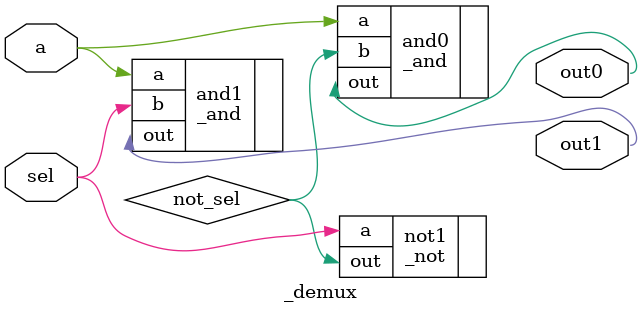
<source format=v>
module _demux(
    a,
    sel,
    out0,
    out1
);

input a;
input sel;
output out0;
output out1;

wire not_sel;

_not not1(.a(sel), .out(not_sel));
_and and0(.a(a), .b(not_sel), .out(out0));
_and and1(.a(a), .b(sel), .out(out1));

endmodule
</source>
